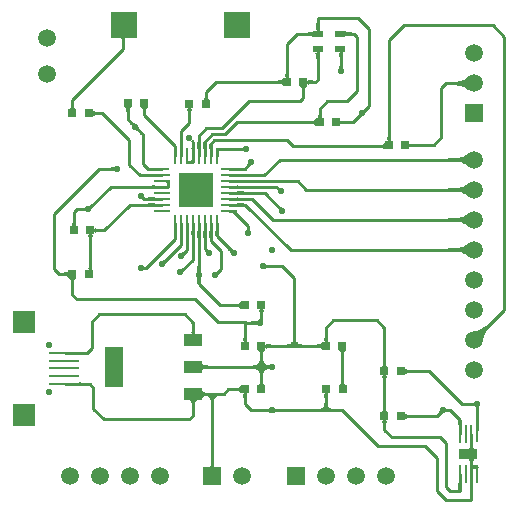
<source format=gtl>
G04*
G04 #@! TF.GenerationSoftware,Altium Limited,Altium Designer,18.1.7 (191)*
G04*
G04 Layer_Physical_Order=1*
G04 Layer_Color=255*
%FSLAX43Y43*%
%MOMM*%
G71*
G01*
G75*
%ADD19R,1.550X1.100*%
%ADD20R,1.550X3.450*%
%ADD21R,2.200X2.200*%
%ADD22R,0.850X0.600*%
%ADD23R,0.250X1.350*%
%ADD24R,1.350X0.250*%
%ADD25O,1.350X0.250*%
%ADD26R,1.900X1.900*%
%ADD27R,2.500X0.250*%
%ADD28R,0.762X0.762*%
%ADD29R,0.250X1.500*%
%ADD30O,0.250X1.500*%
%ADD31R,1.600X0.900*%
%ADD51C,0.230*%
%ADD52R,3.000X3.000*%
%ADD53C,1.500*%
%ADD54R,1.500X1.500*%
%ADD55R,1.500X1.500*%
%ADD56C,0.550*%
%ADD57C,0.580*%
%ADD58C,0.900*%
G36*
X27234Y41925D02*
X27248Y41740D01*
X27260Y41665D01*
X27275Y41601D01*
X27294Y41549D01*
X27317Y41509D01*
X27342Y41480D01*
X27372Y41463D01*
X27404Y41457D01*
X26830D01*
X26862Y41463D01*
X26892Y41480D01*
X26917Y41509D01*
X26940Y41549D01*
X26959Y41601D01*
X26974Y41665D01*
X26986Y41740D01*
X26995Y41827D01*
X27002Y42035D01*
X27232D01*
X27234Y41925D01*
D02*
G37*
G36*
X29442Y41418D02*
X29459Y41388D01*
X29488Y41363D01*
X29528Y41340D01*
X29580Y41321D01*
X29644Y41306D01*
X29719Y41294D01*
X29806Y41285D01*
X30014Y41278D01*
Y41048D01*
X29904Y41046D01*
X29719Y41032D01*
X29644Y41020D01*
X29580Y41005D01*
X29528Y40986D01*
X29488Y40963D01*
X29459Y40938D01*
X29442Y40908D01*
X29436Y40875D01*
Y41451D01*
X29442Y41418D01*
D02*
G37*
G36*
X26695Y40866D02*
X26689Y40898D01*
X26672Y40926D01*
X26643Y40951D01*
X26603Y40973D01*
X26551Y40991D01*
X26488Y41006D01*
X26413Y41018D01*
X26327Y41026D01*
X26120Y41033D01*
Y41263D01*
X26230Y41265D01*
X26414Y41279D01*
X26490Y41291D01*
X26553Y41306D01*
X26605Y41325D01*
X26646Y41348D01*
X26675Y41373D01*
X26692Y41403D01*
X26698Y41436D01*
X26695Y40866D01*
D02*
G37*
G36*
X29338Y39560D02*
X29308Y39543D01*
X29283Y39514D01*
X29260Y39474D01*
X29241Y39422D01*
X29226Y39359D01*
X29214Y39284D01*
X29205Y39198D01*
X29198Y38991D01*
X28968D01*
X28966Y39100D01*
X28952Y39284D01*
X28940Y39359D01*
X28925Y39422D01*
X28906Y39474D01*
X28883Y39514D01*
X28858Y39543D01*
X28828Y39560D01*
X28795Y39566D01*
X29371D01*
X29338Y39560D01*
D02*
G37*
G36*
X27372D02*
X27342Y39543D01*
X27317Y39514D01*
X27294Y39474D01*
X27275Y39422D01*
X27260Y39359D01*
X27248Y39284D01*
X27239Y39198D01*
X27232Y38991D01*
X27002D01*
X27000Y39100D01*
X26986Y39284D01*
X26974Y39359D01*
X26959Y39422D01*
X26940Y39474D01*
X26917Y39514D01*
X26892Y39543D01*
X26862Y39560D01*
X26830Y39566D01*
X27404D01*
X27372Y39560D01*
D02*
G37*
G36*
X29199Y38672D02*
X29218Y38359D01*
X29227Y38302D01*
X29237Y38255D01*
X29249Y38217D01*
X29262Y38188D01*
X29278Y38167D01*
X28888D01*
X28904Y38188D01*
X28917Y38217D01*
X28929Y38255D01*
X28939Y38302D01*
X28948Y38359D01*
X28961Y38497D01*
X28967Y38672D01*
X28968Y38773D01*
X29198D01*
X29199Y38672D01*
D02*
G37*
G36*
X24628Y37928D02*
X24642Y37744D01*
X24654Y37669D01*
X24669Y37606D01*
X24688Y37554D01*
X24711Y37514D01*
X24736Y37485D01*
X24766Y37468D01*
X24799Y37462D01*
X24223D01*
X24256Y37468D01*
X24286Y37485D01*
X24311Y37514D01*
X24334Y37554D01*
X24353Y37606D01*
X24368Y37669D01*
X24380Y37744D01*
X24389Y37830D01*
X24396Y38037D01*
X24626D01*
X24628Y37928D01*
D02*
G37*
G36*
X26289Y37339D02*
X26306Y37309D01*
X26335Y37284D01*
X26375Y37261D01*
X26427Y37242D01*
X26491Y37227D01*
X26566Y37215D01*
X26653Y37206D01*
X26861Y37199D01*
Y36969D01*
X26751Y36967D01*
X26566Y36953D01*
X26491Y36941D01*
X26427Y36926D01*
X26375Y36907D01*
X26335Y36884D01*
X26306Y36859D01*
X26289Y36829D01*
X26283Y36797D01*
Y37371D01*
X26289Y37339D01*
D02*
G37*
G36*
X24136Y36797D02*
X24130Y36829D01*
X24113Y36859D01*
X24084Y36884D01*
X24044Y36907D01*
X23992Y36926D01*
X23928Y36941D01*
X23853Y36953D01*
X23766Y36962D01*
X23558Y36969D01*
Y37199D01*
X23668Y37201D01*
X23853Y37215D01*
X23928Y37227D01*
X23992Y37242D01*
X24044Y37261D01*
X24084Y37284D01*
X24113Y37309D01*
X24130Y37339D01*
X24136Y37371D01*
Y36797D01*
D02*
G37*
G36*
X39856Y36426D02*
X39764Y36505D01*
X39654Y36576D01*
X39527Y36638D01*
X39382Y36692D01*
X39220Y36738D01*
X39040Y36775D01*
X38843Y36805D01*
X38395Y36838D01*
X38145Y36842D01*
Y37072D01*
X38395Y37076D01*
X38843Y37109D01*
X39040Y37139D01*
X39220Y37176D01*
X39382Y37222D01*
X39527Y37276D01*
X39654Y37338D01*
X39764Y37409D01*
X39856Y37488D01*
Y36426D01*
D02*
G37*
G36*
X26163Y36703D02*
X26133Y36686D01*
X26108Y36657D01*
X26085Y36617D01*
X26066Y36565D01*
X26051Y36501D01*
X26039Y36426D01*
X26030Y36339D01*
X26023Y36131D01*
X25793D01*
X25791Y36241D01*
X25777Y36426D01*
X25765Y36501D01*
X25750Y36565D01*
X25731Y36617D01*
X25708Y36657D01*
X25683Y36686D01*
X25653Y36703D01*
X25621Y36709D01*
X26195D01*
X26163Y36703D01*
D02*
G37*
G36*
X17797Y36022D02*
X17811Y35837D01*
X17823Y35762D01*
X17838Y35698D01*
X17857Y35646D01*
X17880Y35606D01*
X17905Y35577D01*
X17935Y35560D01*
X17968Y35554D01*
X17392D01*
X17425Y35560D01*
X17455Y35577D01*
X17480Y35606D01*
X17503Y35646D01*
X17522Y35698D01*
X17537Y35762D01*
X17549Y35837D01*
X17558Y35924D01*
X17565Y36132D01*
X17795D01*
X17797Y36022D01*
D02*
G37*
G36*
X6467Y35260D02*
X6481Y35075D01*
X6493Y35000D01*
X6508Y34936D01*
X6527Y34884D01*
X6550Y34844D01*
X6575Y34815D01*
X6605Y34798D01*
X6637Y34792D01*
X6062D01*
X6095Y34798D01*
X6125Y34815D01*
X6150Y34844D01*
X6173Y34884D01*
X6192Y34936D01*
X6207Y35000D01*
X6219Y35075D01*
X6228Y35162D01*
X6235Y35370D01*
X6465D01*
X6467Y35260D01*
D02*
G37*
G36*
X12701Y34922D02*
X12671Y34905D01*
X12646Y34876D01*
X12623Y34836D01*
X12604Y34784D01*
X12589Y34721D01*
X12577Y34646D01*
X12568Y34560D01*
X12561Y34353D01*
X12331D01*
X12329Y34462D01*
X12315Y34646D01*
X12303Y34721D01*
X12288Y34784D01*
X12269Y34836D01*
X12246Y34876D01*
X12221Y34905D01*
X12191Y34922D01*
X12158Y34928D01*
X12733D01*
X12701Y34922D01*
D02*
G37*
G36*
X11304D02*
X11274Y34905D01*
X11249Y34876D01*
X11226Y34836D01*
X11207Y34784D01*
X11192Y34721D01*
X11180Y34646D01*
X11171Y34560D01*
X11164Y34353D01*
X10934D01*
X10932Y34462D01*
X10918Y34646D01*
X10906Y34721D01*
X10891Y34784D01*
X10872Y34836D01*
X10849Y34876D01*
X10824Y34905D01*
X10794Y34922D01*
X10762Y34928D01*
X11337D01*
X11304Y34922D01*
D02*
G37*
G36*
X16511Y34795D02*
X16481Y34778D01*
X16456Y34749D01*
X16433Y34709D01*
X16414Y34657D01*
X16399Y34594D01*
X16387Y34519D01*
X16378Y34433D01*
X16371Y34226D01*
X16141D01*
X16139Y34335D01*
X16125Y34519D01*
X16113Y34594D01*
X16098Y34657D01*
X16079Y34709D01*
X16056Y34749D01*
X16031Y34778D01*
X16001Y34795D01*
X15969Y34801D01*
X16544D01*
X16511Y34795D01*
D02*
G37*
G36*
X8128Y34672D02*
X8145Y34642D01*
X8174Y34617D01*
X8214Y34594D01*
X8266Y34575D01*
X8330Y34560D01*
X8405Y34548D01*
X8492Y34539D01*
X8700Y34532D01*
Y34302D01*
X8590Y34300D01*
X8405Y34286D01*
X8330Y34274D01*
X8266Y34259D01*
X8214Y34240D01*
X8174Y34217D01*
X8145Y34192D01*
X8128Y34162D01*
X8122Y34130D01*
Y34704D01*
X8128Y34672D01*
D02*
G37*
G36*
X27422Y34498D02*
X27436Y34313D01*
X27448Y34238D01*
X27463Y34174D01*
X27482Y34122D01*
X27505Y34082D01*
X27530Y34053D01*
X27560Y34036D01*
X27593Y34030D01*
X27017D01*
X27050Y34036D01*
X27080Y34053D01*
X27105Y34082D01*
X27128Y34122D01*
X27147Y34174D01*
X27162Y34238D01*
X27174Y34313D01*
X27183Y34400D01*
X27190Y34608D01*
X27420D01*
X27422Y34498D01*
D02*
G37*
G36*
X26930Y33368D02*
X26924Y33400D01*
X26907Y33430D01*
X26878Y33455D01*
X26838Y33478D01*
X26786Y33497D01*
X26722Y33512D01*
X26647Y33524D01*
X26560Y33533D01*
X26352Y33540D01*
Y33770D01*
X26462Y33772D01*
X26647Y33786D01*
X26722Y33798D01*
X26786Y33813D01*
X26838Y33832D01*
X26878Y33855D01*
X26907Y33880D01*
X26924Y33910D01*
X26930Y33943D01*
Y33368D01*
D02*
G37*
G36*
X11272Y33850D02*
X11507Y33642D01*
X11553Y33609D01*
X11593Y33583D01*
X11629Y33564D01*
X11659Y33553D01*
X11684Y33549D01*
X11409Y33274D01*
X11405Y33299D01*
X11394Y33329D01*
X11375Y33365D01*
X11349Y33405D01*
X11316Y33451D01*
X11227Y33558D01*
X11108Y33686D01*
X11037Y33758D01*
X11200Y33921D01*
X11272Y33850D01*
D02*
G37*
G36*
X11963Y33249D02*
X11974Y33219D01*
X11993Y33183D01*
X12019Y33143D01*
X12052Y33097D01*
X12141Y32990D01*
X12260Y32862D01*
X12331Y32790D01*
X12168Y32627D01*
X12096Y32698D01*
X11861Y32906D01*
X11815Y32939D01*
X11775Y32965D01*
X11739Y32984D01*
X11709Y32995D01*
X11684Y32999D01*
X11959Y33274D01*
X11963Y33249D01*
D02*
G37*
G36*
X33264Y32593D02*
X33278Y32408D01*
X33290Y32333D01*
X33305Y32269D01*
X33324Y32217D01*
X33347Y32177D01*
X33372Y32148D01*
X33402Y32131D01*
X33435Y32125D01*
X32860D01*
X32892Y32131D01*
X32922Y32148D01*
X32947Y32177D01*
X32970Y32217D01*
X32989Y32269D01*
X33004Y32333D01*
X33016Y32408D01*
X33025Y32495D01*
X33032Y32703D01*
X33262D01*
X33264Y32593D01*
D02*
G37*
G36*
X18167Y31441D02*
X17923D01*
X17924Y31445D01*
X17926Y31457D01*
X17927Y31505D01*
X17930Y31839D01*
X18160D01*
X18167Y31441D01*
D02*
G37*
G36*
X17667D02*
X17423D01*
X17424Y31447D01*
X17426Y31464D01*
X17429Y31723D01*
X17430Y32016D01*
X17660D01*
X17667Y31441D01*
D02*
G37*
G36*
X17167D02*
X16923D01*
X16924Y31447D01*
X16926Y31464D01*
X16929Y31723D01*
X16930Y32016D01*
X17160D01*
X17167Y31441D01*
D02*
G37*
G36*
X16667D02*
X16423D01*
X16424Y31447D01*
X16426Y31464D01*
X16429Y31723D01*
X16430Y32016D01*
X16660D01*
X16667Y31441D01*
D02*
G37*
G36*
X15667D02*
X15423D01*
X15424Y31447D01*
X15426Y31464D01*
X15429Y31723D01*
X15430Y32016D01*
X15660D01*
X15667Y31441D01*
D02*
G37*
G36*
X15167D02*
X14923D01*
X14924Y31443D01*
X14926Y31451D01*
X14927Y31463D01*
X14929Y31563D01*
X14930Y31691D01*
X15160D01*
X15167Y31441D01*
D02*
G37*
G36*
X32769Y31372D02*
X32763Y31398D01*
X32746Y31421D01*
X32717Y31441D01*
X32677Y31459D01*
X32625Y31474D01*
X32562Y31486D01*
X32487Y31496D01*
X32303Y31507D01*
X32194Y31508D01*
Y31738D01*
X32304Y31740D01*
X32488Y31754D01*
X32564Y31766D01*
X32627Y31781D01*
X32679Y31800D01*
X32720Y31823D01*
X32749Y31848D01*
X32766Y31878D01*
X32772Y31910D01*
X32769Y31372D01*
D02*
G37*
G36*
X20888Y31174D02*
X20867Y31190D01*
X20838Y31203D01*
X20800Y31215D01*
X20753Y31225D01*
X20696Y31234D01*
X20558Y31247D01*
X20383Y31253D01*
X20282Y31254D01*
Y31484D01*
X20383Y31485D01*
X20696Y31504D01*
X20753Y31513D01*
X20800Y31523D01*
X20838Y31535D01*
X20867Y31548D01*
X20888Y31564D01*
Y31174D01*
D02*
G37*
G36*
X19242Y31254D02*
X19132Y31252D01*
X18948Y31238D01*
X18873Y31226D01*
X18809Y31211D01*
X18757Y31192D01*
X18717Y31169D01*
X18687Y31144D01*
X18670Y31114D01*
X18664Y31081D01*
X18667Y31441D01*
X18673Y31449D01*
X18690Y31456D01*
X18719Y31463D01*
X18759Y31469D01*
X18874Y31477D01*
X19242Y31484D01*
Y31254D01*
D02*
G37*
G36*
X16425Y30379D02*
X16473Y30377D01*
X16545Y30376D01*
Y30146D01*
X16473Y30146D01*
X16423Y30142D01*
X16423Y30097D01*
X16419Y30106D01*
X16408Y30115D01*
X16389Y30122D01*
X16363Y30128D01*
X16329Y30134D01*
X16318Y30135D01*
X16227Y30128D01*
X16201Y30122D01*
X16182Y30115D01*
X16171Y30106D01*
X16167Y30097D01*
X16167Y30144D01*
X16117Y30146D01*
X16045Y30146D01*
Y30376D01*
X16117Y30377D01*
X16165Y30380D01*
X16164Y30450D01*
X16168Y30436D01*
X16179Y30423D01*
X16198Y30412D01*
X16225Y30403D01*
X16260Y30395D01*
X16295Y30389D01*
X16331Y30395D01*
X16365Y30403D01*
X16392Y30412D01*
X16411Y30423D01*
X16422Y30436D01*
X16426Y30450D01*
X16425Y30379D01*
D02*
G37*
G36*
X39856Y29953D02*
X39764Y30032D01*
X39654Y30103D01*
X39527Y30165D01*
X39382Y30219D01*
X39220Y30265D01*
X39040Y30302D01*
X38843Y30332D01*
X38395Y30365D01*
X38145Y30369D01*
Y30599D01*
X38395Y30603D01*
X38843Y30636D01*
X39040Y30666D01*
X39220Y30703D01*
X39382Y30749D01*
X39527Y30803D01*
X39654Y30865D01*
X39764Y30936D01*
X39856Y31015D01*
Y29953D01*
D02*
G37*
G36*
X21502Y29986D02*
X21476Y29982D01*
X21445Y29971D01*
X21409Y29952D01*
X21367Y29926D01*
X21321Y29892D01*
X21213Y29803D01*
X21085Y29684D01*
X21014Y29614D01*
X20867Y29761D01*
Y29579D01*
X20292Y29572D01*
Y29816D01*
X20298Y29815D01*
X20315Y29813D01*
X20574Y29810D01*
X20867Y29809D01*
Y29793D01*
X20921Y29848D01*
X21129Y30084D01*
X21163Y30130D01*
X21189Y30172D01*
X21208Y30208D01*
X21219Y30239D01*
X21223Y30265D01*
X21502Y29986D01*
D02*
G37*
G36*
X13420Y29570D02*
X13405Y29571D01*
X13380Y29573D01*
X12797Y29579D01*
Y29809D01*
X13420Y29818D01*
Y29570D01*
D02*
G37*
G36*
X9966Y29523D02*
X9945Y29539D01*
X9916Y29552D01*
X9878Y29564D01*
X9831Y29574D01*
X9774Y29583D01*
X9636Y29596D01*
X9461Y29602D01*
X9360Y29603D01*
Y29833D01*
X9461Y29834D01*
X9774Y29853D01*
X9831Y29862D01*
X9878Y29872D01*
X9916Y29884D01*
X9945Y29897D01*
X9966Y29913D01*
Y29523D01*
D02*
G37*
G36*
X20298Y29315D02*
X20315Y29313D01*
X20574Y29310D01*
X20867Y29309D01*
Y29079D01*
X20292Y29072D01*
Y29316D01*
X20298Y29315D01*
D02*
G37*
G36*
X13298Y29072D02*
X13292Y29073D01*
X13275Y29075D01*
X13016Y29078D01*
X12723Y29079D01*
Y29309D01*
X13298Y29316D01*
Y29072D01*
D02*
G37*
G36*
X14593Y28622D02*
X14597Y28572D01*
X14642Y28572D01*
X14633Y28568D01*
X14624Y28557D01*
X14617Y28538D01*
X14611Y28512D01*
X14605Y28478D01*
X14604Y28467D01*
X14611Y28376D01*
X14617Y28350D01*
X14624Y28331D01*
X14633Y28320D01*
X14642Y28316D01*
X14595Y28316D01*
X14593Y28266D01*
X14593Y28194D01*
X14363D01*
X14362Y28266D01*
X14359Y28314D01*
X14289Y28313D01*
X14303Y28317D01*
X14316Y28328D01*
X14327Y28347D01*
X14336Y28374D01*
X14344Y28409D01*
X14350Y28444D01*
X14344Y28479D01*
X14336Y28514D01*
X14327Y28541D01*
X14316Y28560D01*
X14303Y28571D01*
X14289Y28575D01*
X14360Y28574D01*
X14362Y28622D01*
X14363Y28694D01*
X14593D01*
X14593Y28622D01*
D02*
G37*
G36*
X20298Y28815D02*
X20315Y28813D01*
X20574Y28810D01*
X20867Y28809D01*
Y28579D01*
X20292Y28572D01*
Y28816D01*
X20298Y28815D01*
D02*
G37*
G36*
Y28315D02*
X20315Y28313D01*
X20574Y28310D01*
X20867Y28309D01*
Y28079D01*
X20292Y28072D01*
Y28316D01*
X20298Y28315D01*
D02*
G37*
G36*
X13298Y28072D02*
X13292Y28073D01*
X13275Y28075D01*
X13016Y28078D01*
X12723Y28079D01*
Y28309D01*
X13298Y28316D01*
Y28072D01*
D02*
G37*
G36*
X20298Y27815D02*
X20315Y27813D01*
X20574Y27810D01*
X20867Y27809D01*
Y27579D01*
X20292Y27572D01*
Y27816D01*
X20298Y27815D01*
D02*
G37*
G36*
X39856Y27413D02*
X39764Y27492D01*
X39654Y27563D01*
X39527Y27625D01*
X39382Y27679D01*
X39220Y27725D01*
X39040Y27762D01*
X38843Y27792D01*
X38395Y27825D01*
X38145Y27829D01*
Y28059D01*
X38395Y28063D01*
X38843Y28096D01*
X39040Y28126D01*
X39220Y28163D01*
X39382Y28209D01*
X39527Y28263D01*
X39654Y28325D01*
X39764Y28396D01*
X39856Y28475D01*
Y27413D01*
D02*
G37*
G36*
X13298Y27072D02*
X13292Y27073D01*
X13275Y27075D01*
X13016Y27078D01*
X12723Y27079D01*
Y27309D01*
X13298Y27316D01*
Y27072D01*
D02*
G37*
G36*
X20298Y27309D02*
X20315Y27302D01*
X20344Y27296D01*
X20384Y27291D01*
X20499Y27283D01*
X20867Y27277D01*
Y27047D01*
X20292Y27072D01*
Y27316D01*
X20298Y27309D01*
D02*
G37*
G36*
X13298Y26572D02*
X13292Y26573D01*
X13275Y26575D01*
X13016Y26578D01*
X12723Y26579D01*
Y26809D01*
X13298Y26816D01*
Y26572D01*
D02*
G37*
G36*
X20298Y26812D02*
X20315Y26808D01*
X20344Y26804D01*
X20436Y26799D01*
X20867Y26793D01*
Y26563D01*
X20292Y26572D01*
Y26816D01*
X20298Y26812D01*
D02*
G37*
G36*
X8343Y26773D02*
X8273Y26701D01*
X8064Y26466D01*
X8031Y26420D01*
X8005Y26380D01*
X7986Y26344D01*
X7975Y26314D01*
X7971Y26289D01*
X7696Y26564D01*
X7721Y26568D01*
X7752Y26579D01*
X7787Y26597D01*
X7828Y26624D01*
X7874Y26657D01*
X7981Y26746D01*
X8109Y26865D01*
X8181Y26936D01*
X8343Y26773D01*
D02*
G37*
G36*
X23718Y26770D02*
X23953Y26562D01*
X23999Y26529D01*
X24039Y26503D01*
X24075Y26484D01*
X24105Y26473D01*
X24130Y26469D01*
X23855Y26194D01*
X23851Y26219D01*
X23840Y26249D01*
X23822Y26285D01*
X23795Y26325D01*
X23762Y26371D01*
X23673Y26478D01*
X23554Y26606D01*
X23483Y26678D01*
X23646Y26841D01*
X23718Y26770D01*
D02*
G37*
G36*
X7502Y26094D02*
X7482Y26110D01*
X7452Y26123D01*
X7414Y26135D01*
X7367Y26145D01*
X7311Y26154D01*
X7172Y26167D01*
X6997Y26173D01*
X6897Y26174D01*
Y26404D01*
X6997Y26405D01*
X7311Y26424D01*
X7367Y26433D01*
X7414Y26443D01*
X7452Y26455D01*
X7482Y26468D01*
X7502Y26484D01*
Y26094D01*
D02*
G37*
G36*
X20258Y26229D02*
X20241Y26205D01*
X20239Y26171D01*
X20252Y26127D01*
X20278Y26074D01*
X20319Y26012D01*
X20374Y25939D01*
X20528Y25766D01*
X20627Y25665D01*
X20301D01*
X20212Y25752D01*
X19976Y25952D01*
X19909Y25998D01*
X19846Y26034D01*
X19789Y26059D01*
X19738Y26075D01*
X19692Y26080D01*
X19651Y26075D01*
X20289Y26244D01*
X20258Y26229D01*
D02*
G37*
G36*
X6594Y25354D02*
X6608Y25169D01*
X6620Y25094D01*
X6635Y25030D01*
X6654Y24978D01*
X6677Y24938D01*
X6702Y24909D01*
X6732Y24892D01*
X6765Y24886D01*
X6189D01*
X6222Y24892D01*
X6252Y24909D01*
X6277Y24938D01*
X6300Y24978D01*
X6319Y25030D01*
X6334Y25094D01*
X6346Y25169D01*
X6355Y25256D01*
X6362Y25464D01*
X6592D01*
X6594Y25354D01*
D02*
G37*
G36*
X39856Y24873D02*
X39764Y24952D01*
X39654Y25023D01*
X39527Y25085D01*
X39382Y25139D01*
X39220Y25185D01*
X39040Y25222D01*
X38843Y25252D01*
X38395Y25285D01*
X38145Y25289D01*
Y25519D01*
X38395Y25523D01*
X38843Y25556D01*
X39040Y25586D01*
X39220Y25623D01*
X39382Y25669D01*
X39527Y25723D01*
X39654Y25785D01*
X39764Y25856D01*
X39856Y25935D01*
Y24873D01*
D02*
G37*
G36*
X21324Y24843D02*
X21344Y24535D01*
X21350Y24510D01*
X21357Y24493D01*
X21364Y24484D01*
X21054D01*
X21061Y24493D01*
X21068Y24510D01*
X21074Y24535D01*
X21079Y24567D01*
X21088Y24654D01*
X21094Y24843D01*
X21094Y24921D01*
X21324D01*
X21324Y24843D01*
D02*
G37*
G36*
X8255Y24766D02*
X8272Y24736D01*
X8301Y24711D01*
X8341Y24688D01*
X8393Y24669D01*
X8457Y24654D01*
X8532Y24642D01*
X8619Y24633D01*
X8827Y24626D01*
Y24396D01*
X8717Y24394D01*
X8532Y24380D01*
X8457Y24368D01*
X8393Y24353D01*
X8341Y24334D01*
X8301Y24311D01*
X8272Y24286D01*
X8255Y24256D01*
X8249Y24223D01*
Y24799D01*
X8255Y24766D01*
D02*
G37*
G36*
X18666Y24443D02*
X18664Y24431D01*
X18663Y24384D01*
X18660Y24051D01*
X18430D01*
X18423Y24447D01*
X18667D01*
X18666Y24443D01*
D02*
G37*
G36*
X18166Y24441D02*
X18164Y24424D01*
X18161Y24165D01*
X18160Y23872D01*
X17930D01*
X17923Y24447D01*
X18167D01*
X18166Y24441D01*
D02*
G37*
G36*
X17666D02*
X17664Y24424D01*
X17661Y24165D01*
X17660Y23872D01*
X17430D01*
X17423Y24447D01*
X17667D01*
X17666Y24441D01*
D02*
G37*
G36*
X17163D02*
X17159Y24424D01*
X17155Y24395D01*
X17150Y24303D01*
X17144Y23872D01*
X16914D01*
X16923Y24447D01*
X17167D01*
X17163Y24441D01*
D02*
G37*
G36*
X16666D02*
X16664Y24424D01*
X16661Y24165D01*
X16660Y23872D01*
X16430D01*
X16423Y24447D01*
X16667D01*
X16666Y24441D01*
D02*
G37*
G36*
X16166D02*
X16164Y24424D01*
X16161Y24165D01*
X16160Y23872D01*
X15930D01*
X15923Y24447D01*
X16167D01*
X16166Y24441D01*
D02*
G37*
G36*
X15666D02*
X15664Y24424D01*
X15661Y24165D01*
X15660Y23872D01*
X15430D01*
X15423Y24447D01*
X15667D01*
X15666Y24441D01*
D02*
G37*
G36*
X15166D02*
X15164Y24424D01*
X15161Y24165D01*
X15160Y23872D01*
X14930D01*
X14923Y24447D01*
X15167D01*
X15166Y24441D01*
D02*
G37*
G36*
X8129Y24127D02*
X8099Y24110D01*
X8074Y24081D01*
X8051Y24041D01*
X8032Y23989D01*
X8017Y23926D01*
X8005Y23851D01*
X7996Y23765D01*
X7989Y23558D01*
X7759D01*
X7757Y23667D01*
X7743Y23851D01*
X7731Y23926D01*
X7716Y23989D01*
X7697Y24041D01*
X7674Y24081D01*
X7649Y24110D01*
X7619Y24127D01*
X7587Y24133D01*
X8161D01*
X8129Y24127D01*
D02*
G37*
G36*
X19578Y23182D02*
X19813Y22974D01*
X19859Y22941D01*
X19899Y22914D01*
X19935Y22896D01*
X19965Y22885D01*
X19990Y22881D01*
X19715Y22606D01*
X19711Y22631D01*
X19700Y22661D01*
X19682Y22697D01*
X19655Y22737D01*
X19622Y22783D01*
X19533Y22890D01*
X19414Y23018D01*
X19343Y23090D01*
X19506Y23253D01*
X19578Y23182D01*
D02*
G37*
G36*
X16126Y22771D02*
X16066Y22710D01*
X15864Y22479D01*
X15843Y22447D01*
X15828Y22420D01*
X15820Y22398D01*
X15818Y22381D01*
X15574Y22625D01*
X15591Y22627D01*
X15613Y22635D01*
X15640Y22650D01*
X15672Y22671D01*
X15708Y22698D01*
X15796Y22773D01*
X15964Y22933D01*
X16126Y22771D01*
D02*
G37*
G36*
X39856Y22333D02*
X39764Y22412D01*
X39654Y22483D01*
X39527Y22545D01*
X39382Y22599D01*
X39220Y22645D01*
X39040Y22682D01*
X38843Y22712D01*
X38395Y22745D01*
X38145Y22749D01*
Y22979D01*
X38395Y22983D01*
X38843Y23016D01*
X39040Y23046D01*
X39220Y23083D01*
X39382Y23129D01*
X39527Y23183D01*
X39654Y23245D01*
X39764Y23316D01*
X39856Y23395D01*
Y22333D01*
D02*
G37*
G36*
X14550Y22141D02*
X14480Y22069D01*
X14271Y21834D01*
X14238Y21788D01*
X14212Y21747D01*
X14193Y21712D01*
X14182Y21681D01*
X14178Y21656D01*
X13903Y21932D01*
X13928Y21935D01*
X13959Y21946D01*
X13994Y21965D01*
X14035Y21991D01*
X14081Y22025D01*
X14188Y22114D01*
X14316Y22233D01*
X14388Y22303D01*
X14550Y22141D01*
D02*
G37*
G36*
X22694Y21642D02*
X22723Y21629D01*
X22761Y21617D01*
X22808Y21607D01*
X22865Y21598D01*
X23003Y21585D01*
X23178Y21579D01*
X23279Y21578D01*
X23279Y21348D01*
X23178Y21347D01*
X22865Y21328D01*
X22808Y21319D01*
X22761Y21309D01*
X22723Y21297D01*
X22694Y21284D01*
X22673Y21268D01*
Y21658D01*
X22694Y21642D01*
D02*
G37*
G36*
X7990Y21672D02*
X8011Y21413D01*
X8023Y21350D01*
X8038Y21298D01*
X8056Y21258D01*
X8076Y21229D01*
X8099Y21212D01*
X8125Y21206D01*
X7587Y21203D01*
X7619Y21209D01*
X7649Y21226D01*
X7674Y21255D01*
X7697Y21296D01*
X7716Y21348D01*
X7731Y21411D01*
X7743Y21487D01*
X7752Y21573D01*
X7759Y21781D01*
X7989D01*
X7990Y21672D01*
D02*
G37*
G36*
X16141Y21439D02*
X16070Y21367D01*
X15862Y21132D01*
X15829Y21086D01*
X15802Y21046D01*
X15784Y21010D01*
X15773Y20980D01*
X15769Y20955D01*
X15494Y21230D01*
X15519Y21234D01*
X15549Y21245D01*
X15585Y21264D01*
X15625Y21290D01*
X15671Y21323D01*
X15778Y21412D01*
X15906Y21531D01*
X15978Y21602D01*
X16141Y21439D01*
D02*
G37*
G36*
X17145Y21400D02*
X17164Y21087D01*
X17173Y21030D01*
X17183Y20983D01*
X17195Y20945D01*
X17208Y20916D01*
X17224Y20895D01*
X16834D01*
X16850Y20916D01*
X16863Y20945D01*
X16875Y20983D01*
X16885Y21030D01*
X16894Y21087D01*
X16907Y21225D01*
X16913Y21400D01*
X16914Y21501D01*
X17144D01*
X17145Y21400D01*
D02*
G37*
G36*
X19004Y21128D02*
X18943Y21066D01*
X18736Y20828D01*
X18715Y20795D01*
X18699Y20766D01*
X18691Y20743D01*
X18689Y20724D01*
X18438Y20975D01*
X18457Y20977D01*
X18480Y20985D01*
X18509Y21001D01*
X18542Y21022D01*
X18580Y21050D01*
X18670Y21127D01*
X18842Y21290D01*
X19004Y21128D01*
D02*
G37*
G36*
X5975Y20541D02*
X5969Y20573D01*
X5952Y20603D01*
X5923Y20628D01*
X5883Y20651D01*
X5831Y20670D01*
X5767Y20685D01*
X5692Y20697D01*
X5605Y20706D01*
X5397Y20713D01*
Y20943D01*
X5507Y20945D01*
X5692Y20959D01*
X5767Y20971D01*
X5831Y20986D01*
X5883Y21005D01*
X5923Y21028D01*
X5952Y21053D01*
X5969Y21083D01*
X5975Y21115D01*
Y20541D01*
D02*
G37*
G36*
X17205Y20484D02*
X17192Y20457D01*
X17181Y20422D01*
X17171Y20379D01*
X17163Y20328D01*
X17151Y20201D01*
X17145Y20042D01*
X17144Y19950D01*
X16914D01*
X16913Y20042D01*
X16895Y20328D01*
X16887Y20379D01*
X16877Y20422D01*
X16866Y20457D01*
X16853Y20484D01*
X16839Y20503D01*
X17219D01*
X17205Y20484D01*
D02*
G37*
G36*
X6605Y20444D02*
X6575Y20427D01*
X6550Y20398D01*
X6527Y20358D01*
X6508Y20306D01*
X6493Y20243D01*
X6481Y20168D01*
X6472Y20082D01*
X6465Y19875D01*
X6235D01*
X6233Y19984D01*
X6219Y20168D01*
X6207Y20243D01*
X6192Y20306D01*
X6173Y20358D01*
X6150Y20398D01*
X6125Y20427D01*
X6095Y20444D01*
X6062Y20450D01*
X6637D01*
X6605Y20444D01*
D02*
G37*
G36*
X20580Y17874D02*
X20574Y17906D01*
X20557Y17936D01*
X20528Y17961D01*
X20488Y17984D01*
X20436Y18003D01*
X20372Y18018D01*
X20297Y18030D01*
X20210Y18039D01*
X20002Y18046D01*
Y18276D01*
X20112Y18278D01*
X20297Y18292D01*
X20372Y18304D01*
X20436Y18319D01*
X20488Y18338D01*
X20528Y18361D01*
X20557Y18386D01*
X20574Y18416D01*
X20580Y18448D01*
Y17874D01*
D02*
G37*
G36*
X22607Y17777D02*
X22577Y17760D01*
X22552Y17731D01*
X22529Y17691D01*
X22510Y17639D01*
X22495Y17576D01*
X22483Y17501D01*
X22474Y17415D01*
X22467Y17208D01*
X22462D01*
X22450Y16849D01*
X22106Y16939D01*
X22131Y16956D01*
X22153Y16982D01*
X22173Y17017D01*
X22190Y17061D01*
X22204Y17115D01*
X22216Y17177D01*
X22225Y17248D01*
X22232Y17360D01*
X22221Y17501D01*
X22209Y17576D01*
X22194Y17639D01*
X22175Y17691D01*
X22152Y17731D01*
X22127Y17760D01*
X22097Y17777D01*
X22065Y17783D01*
X22639D01*
X22607Y17777D01*
D02*
G37*
G36*
X22031Y16496D02*
X22010Y16512D01*
X21981Y16525D01*
X21943Y16537D01*
X21896Y16547D01*
X21839Y16556D01*
X21701Y16569D01*
X21526Y16575D01*
X21425Y16576D01*
Y16806D01*
X21526Y16807D01*
X21839Y16826D01*
X21896Y16835D01*
X21943Y16845D01*
X21981Y16857D01*
X22010Y16870D01*
X22031Y16886D01*
Y16496D01*
D02*
G37*
G36*
X16700Y16266D02*
X16714Y16081D01*
X16726Y16006D01*
X16741Y15942D01*
X16760Y15890D01*
X16783Y15850D01*
X16808Y15821D01*
X16838Y15804D01*
X16871Y15798D01*
X16295D01*
X16328Y15804D01*
X16358Y15821D01*
X16383Y15850D01*
X16406Y15890D01*
X16425Y15942D01*
X16440Y16006D01*
X16452Y16081D01*
X16461Y16168D01*
X16468Y16376D01*
X16698D01*
X16700Y16266D01*
D02*
G37*
G36*
X42052Y16747D02*
X41878Y16568D01*
X41585Y16227D01*
X41466Y16067D01*
X41365Y15914D01*
X41283Y15766D01*
X41219Y15626D01*
X41173Y15492D01*
X41145Y15364D01*
X41136Y15244D01*
X40386Y15994D01*
X40506Y16003D01*
X40634Y16031D01*
X40768Y16077D01*
X40908Y16141D01*
X41056Y16223D01*
X41209Y16324D01*
X41369Y16443D01*
X41710Y16736D01*
X41889Y16910D01*
X42052Y16747D01*
D02*
G37*
G36*
X27930Y15576D02*
X27944Y15392D01*
X27956Y15317D01*
X27971Y15254D01*
X27990Y15202D01*
X28013Y15162D01*
X28038Y15133D01*
X28068Y15116D01*
X28101Y15110D01*
X27525D01*
X27558Y15116D01*
X27588Y15133D01*
X27613Y15162D01*
X27636Y15202D01*
X27655Y15254D01*
X27670Y15317D01*
X27682Y15392D01*
X27691Y15478D01*
X27698Y15685D01*
X27928D01*
X27930Y15576D01*
D02*
G37*
G36*
X21072Y15575D02*
X21086Y15390D01*
X21098Y15315D01*
X21113Y15251D01*
X21132Y15199D01*
X21155Y15159D01*
X21180Y15130D01*
X21210Y15113D01*
X21243Y15107D01*
X20667D01*
X20700Y15113D01*
X20730Y15130D01*
X20755Y15159D01*
X20778Y15199D01*
X20797Y15251D01*
X20812Y15315D01*
X20824Y15390D01*
X20833Y15477D01*
X20840Y15685D01*
X21070D01*
X21072Y15575D01*
D02*
G37*
G36*
X25267Y15406D02*
X25284Y15289D01*
X25313Y15185D01*
X25353Y15095D01*
X25405Y15019D01*
X25468Y14957D01*
X25543Y14909D01*
X25629Y14875D01*
X25727Y14854D01*
X25836Y14847D01*
X25146Y14617D01*
X24456Y14847D01*
X24565Y14854D01*
X24663Y14875D01*
X24749Y14909D01*
X24824Y14957D01*
X24887Y15019D01*
X24939Y15095D01*
X24979Y15185D01*
X25008Y15289D01*
X25025Y15406D01*
X25031Y15537D01*
X25261D01*
X25267Y15406D01*
D02*
G37*
G36*
X27438Y14444D02*
X27432Y14477D01*
X27415Y14507D01*
X27386Y14532D01*
X27346Y14555D01*
X27294Y14574D01*
X27230Y14589D01*
X27155Y14601D01*
X27068Y14610D01*
X26860Y14617D01*
Y14847D01*
X26970Y14849D01*
X27155Y14863D01*
X27230Y14875D01*
X27294Y14890D01*
X27346Y14909D01*
X27386Y14932D01*
X27415Y14957D01*
X27432Y14987D01*
X27438Y15019D01*
Y14444D01*
D02*
G37*
G36*
X22733Y14987D02*
X22750Y14957D01*
X22779Y14932D01*
X22819Y14909D01*
X22871Y14890D01*
X22935Y14875D01*
X23010Y14863D01*
X23097Y14854D01*
X23305Y14847D01*
Y14617D01*
X23195Y14615D01*
X23010Y14601D01*
X22935Y14589D01*
X22871Y14574D01*
X22819Y14555D01*
X22779Y14532D01*
X22750Y14507D01*
X22733Y14477D01*
X22727Y14444D01*
Y15019D01*
X22733Y14987D01*
D02*
G37*
G36*
X6920Y14245D02*
X6937Y14242D01*
X6966Y14239D01*
X7121Y14232D01*
X7489Y14229D01*
Y13999D01*
X6914Y14005D01*
Y14249D01*
X6920Y14245D01*
D02*
G37*
G36*
X29465Y14351D02*
X29435Y14334D01*
X29410Y14305D01*
X29387Y14265D01*
X29368Y14213D01*
X29353Y14149D01*
X29341Y14074D01*
X29332Y13987D01*
X29325Y13779D01*
X29095D01*
X29093Y13889D01*
X29079Y14074D01*
X29067Y14149D01*
X29052Y14213D01*
X29033Y14265D01*
X29010Y14305D01*
X28985Y14334D01*
X28955Y14351D01*
X28923Y14357D01*
X29497D01*
X29465Y14351D01*
D02*
G37*
G36*
X22607Y14348D02*
X22577Y14331D01*
X22552Y14302D01*
X22529Y14262D01*
X22510Y14210D01*
X22495Y14147D01*
X22483Y14072D01*
X22474Y13986D01*
X22467Y13779D01*
X22237D01*
X22235Y13888D01*
X22221Y14072D01*
X22209Y14147D01*
X22194Y14210D01*
X22175Y14262D01*
X22152Y14302D01*
X22127Y14331D01*
X22097Y14348D01*
X22065Y14354D01*
X22639D01*
X22607Y14348D01*
D02*
G37*
G36*
X32883Y13416D02*
X32897Y13231D01*
X32909Y13156D01*
X32924Y13092D01*
X32943Y13040D01*
X32966Y13000D01*
X32991Y12971D01*
X33021Y12954D01*
X33054Y12948D01*
X32479D01*
X32511Y12954D01*
X32541Y12971D01*
X32566Y13000D01*
X32589Y13040D01*
X32608Y13092D01*
X32623Y13156D01*
X32635Y13231D01*
X32644Y13318D01*
X32651Y13526D01*
X32881D01*
X32883Y13416D01*
D02*
G37*
G36*
X22474Y13628D02*
X22495Y13511D01*
X22529Y13407D01*
X22577Y13317D01*
X22639Y13241D01*
X22715Y13179D01*
X22805Y13131D01*
X22907Y13097D01*
X22912Y13098D01*
X22959Y13108D01*
X22997Y13120D01*
X23026Y13133D01*
X23047Y13149D01*
Y13075D01*
X23157Y13069D01*
Y12839D01*
X23047Y12833D01*
Y12759D01*
X23026Y12775D01*
X22997Y12788D01*
X22959Y12800D01*
X22912Y12810D01*
X22907Y12811D01*
X22805Y12777D01*
X22715Y12729D01*
X22639Y12667D01*
X22577Y12591D01*
X22529Y12501D01*
X22495Y12397D01*
X22474Y12280D01*
X22467Y12149D01*
X22237D01*
X22230Y12280D01*
X22209Y12397D01*
X22175Y12501D01*
X22127Y12591D01*
X22065Y12667D01*
X21989Y12729D01*
X21899Y12777D01*
X21795Y12811D01*
X21678Y12832D01*
X21547Y12839D01*
Y13069D01*
X21678Y13076D01*
X21795Y13097D01*
X21899Y13131D01*
X21989Y13179D01*
X22065Y13241D01*
X22127Y13317D01*
X22175Y13407D01*
X22209Y13511D01*
X22230Y13628D01*
X22237Y13759D01*
X22467D01*
X22474Y13628D01*
D02*
G37*
G36*
X17361Y13209D02*
X17378Y13179D01*
X17407Y13154D01*
X17447Y13131D01*
X17499Y13112D01*
X17562Y13097D01*
X17637Y13085D01*
X17723Y13076D01*
X17930Y13069D01*
Y12839D01*
X17821Y12837D01*
X17637Y12823D01*
X17562Y12811D01*
X17499Y12796D01*
X17447Y12777D01*
X17407Y12754D01*
X17378Y12729D01*
X17361Y12699D01*
X17355Y12667D01*
Y13241D01*
X17361Y13209D01*
D02*
G37*
G36*
X34544Y12828D02*
X34561Y12798D01*
X34590Y12773D01*
X34630Y12750D01*
X34682Y12731D01*
X34746Y12716D01*
X34821Y12704D01*
X34908Y12695D01*
X35116Y12688D01*
Y12458D01*
X35006Y12456D01*
X34821Y12442D01*
X34746Y12430D01*
X34682Y12415D01*
X34630Y12396D01*
X34590Y12373D01*
X34561Y12348D01*
X34544Y12318D01*
X34538Y12285D01*
Y12861D01*
X34544Y12828D01*
D02*
G37*
G36*
X33021Y12189D02*
X32991Y12172D01*
X32966Y12143D01*
X32943Y12103D01*
X32924Y12051D01*
X32909Y11988D01*
X32897Y11913D01*
X32888Y11827D01*
X32881Y11620D01*
X32651D01*
X32649Y11729D01*
X32635Y11913D01*
X32623Y11988D01*
X32608Y12051D01*
X32589Y12103D01*
X32566Y12143D01*
X32541Y12172D01*
X32511Y12189D01*
X32479Y12195D01*
X33054D01*
X33021Y12189D01*
D02*
G37*
G36*
X29327Y11893D02*
X29341Y11709D01*
X29353Y11634D01*
X29368Y11571D01*
X29387Y11519D01*
X29410Y11479D01*
X29435Y11450D01*
X29465Y11433D01*
X29497Y11427D01*
X28923D01*
X28955Y11433D01*
X28985Y11450D01*
X29010Y11479D01*
X29033Y11519D01*
X29052Y11571D01*
X29067Y11634D01*
X29079Y11709D01*
X29088Y11795D01*
X29095Y12002D01*
X29325D01*
X29327Y11893D01*
D02*
G37*
G36*
X22469Y11892D02*
X22483Y11707D01*
X22495Y11632D01*
X22510Y11568D01*
X22529Y11516D01*
X22552Y11476D01*
X22577Y11447D01*
X22607Y11430D01*
X22639Y11424D01*
X22065D01*
X22097Y11430D01*
X22127Y11447D01*
X22152Y11476D01*
X22175Y11516D01*
X22194Y11568D01*
X22209Y11632D01*
X22221Y11707D01*
X22230Y11794D01*
X22237Y12002D01*
X22467D01*
X22469Y11892D01*
D02*
G37*
G36*
X6920Y11645D02*
X6937Y11642D01*
X6966Y11639D01*
X7121Y11632D01*
X7489Y11629D01*
Y11399D01*
X6914Y11405D01*
Y11649D01*
X6920Y11645D01*
D02*
G37*
G36*
X20580Y10762D02*
X20574Y10794D01*
X20557Y10824D01*
X20528Y10849D01*
X20488Y10872D01*
X20436Y10891D01*
X20372Y10906D01*
X20297Y10918D01*
X20210Y10927D01*
X20002Y10934D01*
Y11164D01*
X20112Y11166D01*
X20297Y11180D01*
X20372Y11192D01*
X20436Y11207D01*
X20488Y11226D01*
X20528Y11249D01*
X20557Y11274D01*
X20574Y11304D01*
X20580Y11337D01*
Y10762D01*
D02*
G37*
G36*
X28068Y10668D02*
X28038Y10651D01*
X28013Y10622D01*
X27990Y10582D01*
X27971Y10530D01*
X27956Y10466D01*
X27944Y10391D01*
X27935Y10304D01*
X27928Y10096D01*
X27698D01*
X27696Y10206D01*
X27682Y10391D01*
X27670Y10466D01*
X27655Y10530D01*
X27636Y10582D01*
X27613Y10622D01*
X27588Y10651D01*
X27558Y10668D01*
X27525Y10674D01*
X28101D01*
X28068Y10668D01*
D02*
G37*
G36*
X21210Y10665D02*
X21180Y10648D01*
X21155Y10619D01*
X21132Y10579D01*
X21113Y10527D01*
X21098Y10464D01*
X21086Y10389D01*
X21077Y10303D01*
X21070Y10096D01*
X20840D01*
X20838Y10205D01*
X20824Y10389D01*
X20812Y10464D01*
X20797Y10527D01*
X20778Y10579D01*
X20755Y10619D01*
X20730Y10648D01*
X20700Y10665D01*
X20667Y10671D01*
X21243D01*
X21210Y10665D01*
D02*
G37*
G36*
X17361Y10901D02*
X17378Y10871D01*
X17407Y10846D01*
X17447Y10823D01*
X17499Y10804D01*
X17562Y10789D01*
X17637Y10777D01*
X17723Y10768D01*
X17930Y10761D01*
Y10675D01*
X18188Y10761D01*
X18878Y10531D01*
X18769Y10524D01*
X18671Y10503D01*
X18585Y10469D01*
X18510Y10421D01*
X18447Y10358D01*
X18395Y10283D01*
X18355Y10193D01*
X18326Y10089D01*
X18309Y9972D01*
X18303Y9841D01*
X18073D01*
X18067Y9972D01*
X18050Y10089D01*
X18021Y10193D01*
X17981Y10283D01*
X17929Y10358D01*
X17866Y10421D01*
X17791Y10469D01*
X17705Y10503D01*
X17645Y10516D01*
X17637Y10515D01*
X17562Y10503D01*
X17499Y10488D01*
X17447Y10469D01*
X17407Y10446D01*
X17378Y10421D01*
X17361Y10391D01*
X17355Y10358D01*
Y10933D01*
X17361Y10901D01*
D02*
G37*
G36*
X16838Y10104D02*
X16808Y10087D01*
X16783Y10058D01*
X16760Y10018D01*
X16741Y9966D01*
X16726Y9902D01*
X16714Y9827D01*
X16705Y9740D01*
X16698Y9532D01*
X16468D01*
X16466Y9642D01*
X16452Y9827D01*
X16440Y9902D01*
X16425Y9966D01*
X16406Y10018D01*
X16383Y10058D01*
X16358Y10087D01*
X16328Y10104D01*
X16295Y10110D01*
X16871D01*
X16838Y10104D01*
D02*
G37*
G36*
X27934Y9945D02*
X27951Y9828D01*
X27980Y9724D01*
X28020Y9634D01*
X28072Y9559D01*
X28135Y9496D01*
X28210Y9448D01*
X28296Y9414D01*
X28394Y9393D01*
X28503Y9386D01*
X27813Y9156D01*
X27123Y9386D01*
X27232Y9393D01*
X27330Y9414D01*
X27416Y9448D01*
X27491Y9496D01*
X27554Y9559D01*
X27606Y9634D01*
X27646Y9724D01*
X27675Y9828D01*
X27692Y9945D01*
X27698Y10076D01*
X27928D01*
X27934Y9945D01*
D02*
G37*
G36*
X32883Y9606D02*
X32897Y9421D01*
X32909Y9346D01*
X32924Y9282D01*
X32943Y9230D01*
X32966Y9190D01*
X32991Y9161D01*
X33021Y9144D01*
X33054Y9138D01*
X32479D01*
X32511Y9144D01*
X32541Y9161D01*
X32566Y9190D01*
X32589Y9230D01*
X32608Y9282D01*
X32623Y9346D01*
X32635Y9421D01*
X32644Y9508D01*
X32651Y9716D01*
X32881D01*
X32883Y9606D01*
D02*
G37*
G36*
X37965Y9401D02*
X37977Y9398D01*
X37997Y9395D01*
X38057Y9391D01*
X38260Y9386D01*
X38328Y9386D01*
Y9156D01*
X37959Y9137D01*
Y9405D01*
X37965Y9401D01*
D02*
G37*
G36*
X23456Y9450D02*
X23485Y9437D01*
X23523Y9425D01*
X23570Y9415D01*
X23627Y9406D01*
X23765Y9393D01*
X23940Y9387D01*
X24041Y9386D01*
Y9156D01*
X23940Y9155D01*
X23627Y9136D01*
X23570Y9127D01*
X23523Y9117D01*
X23485Y9105D01*
X23456Y9092D01*
X23435Y9076D01*
Y9466D01*
X23456Y9450D01*
D02*
G37*
G36*
X23047Y9076D02*
X23026Y9092D01*
X22997Y9105D01*
X22959Y9117D01*
X22912Y9127D01*
X22855Y9136D01*
X22717Y9149D01*
X22542Y9155D01*
X22441Y9156D01*
Y9386D01*
X22542Y9387D01*
X22855Y9406D01*
X22912Y9415D01*
X22959Y9425D01*
X22997Y9437D01*
X23026Y9450D01*
X23047Y9466D01*
Y9076D01*
D02*
G37*
G36*
X40446Y9585D02*
X40835D01*
X40819Y9564D01*
X40806Y9535D01*
X40794Y9497D01*
X40784Y9450D01*
X40775Y9393D01*
X40762Y9255D01*
X40756Y9080D01*
X40755Y8979D01*
X40525D01*
X40524Y9080D01*
X40505Y9393D01*
X40496Y9450D01*
X40486Y9497D01*
X40474Y9535D01*
X40461Y9564D01*
X40446Y9585D01*
X40425Y9600D01*
X40396Y9613D01*
X40358Y9625D01*
X40311Y9635D01*
X40254Y9644D01*
X40116Y9657D01*
X39941Y9663D01*
X39840Y9664D01*
Y9894D01*
X39941Y9895D01*
X40254Y9914D01*
X40311Y9923D01*
X40358Y9933D01*
X40396Y9945D01*
X40425Y9958D01*
X40446Y9974D01*
Y9585D01*
D02*
G37*
G36*
X37696Y8997D02*
X37677Y8995D01*
X37654Y8987D01*
X37625Y8971D01*
X37592Y8950D01*
X37554Y8922D01*
X37464Y8845D01*
X37292Y8682D01*
X37130Y8844D01*
X37191Y8906D01*
X37398Y9144D01*
X37419Y9177D01*
X37435Y9206D01*
X37443Y9229D01*
X37445Y9248D01*
X37696Y8997D01*
D02*
G37*
G36*
X34544Y9018D02*
X34561Y8988D01*
X34590Y8963D01*
X34630Y8940D01*
X34682Y8921D01*
X34746Y8906D01*
X34821Y8894D01*
X34908Y8885D01*
X35116Y8878D01*
Y8648D01*
X35006Y8646D01*
X34821Y8632D01*
X34746Y8620D01*
X34682Y8605D01*
X34630Y8586D01*
X34590Y8563D01*
X34561Y8538D01*
X34544Y8508D01*
X34538Y8476D01*
Y9050D01*
X34544Y9018D01*
D02*
G37*
G36*
X39250Y8060D02*
X39006D01*
X39007Y8064D01*
X39009Y8076D01*
X39011Y8126D01*
X39013Y8471D01*
X39243D01*
X39250Y8060D01*
D02*
G37*
G36*
X40752Y7938D02*
X40504D01*
X40508Y7964D01*
X40515Y8041D01*
X40523Y8297D01*
X40525Y8578D01*
X40755Y8635D01*
X40752Y7938D01*
D02*
G37*
G36*
X33021Y8379D02*
X32991Y8362D01*
X32966Y8333D01*
X32943Y8293D01*
X32924Y8241D01*
X32909Y8178D01*
X32897Y8103D01*
X32888Y8017D01*
X32881Y7810D01*
X32651D01*
X32649Y7919D01*
X32635Y8103D01*
X32623Y8178D01*
X32608Y8241D01*
X32589Y8293D01*
X32566Y8333D01*
X32541Y8362D01*
X32511Y8379D01*
X32479Y8385D01*
X33054D01*
X33021Y8379D01*
D02*
G37*
G36*
X40244Y6566D02*
X40250D01*
X40249Y6560D01*
X40247Y6543D01*
X40246Y6477D01*
X40259Y6315D01*
X40271Y6240D01*
X40286Y6176D01*
X40305Y6124D01*
X40328Y6084D01*
X40353Y6055D01*
X40383Y6038D01*
X40416Y6032D01*
X40243D01*
X40243Y5991D01*
X40013D01*
X40013Y6032D01*
X39840D01*
X39873Y6038D01*
X39903Y6055D01*
X39928Y6084D01*
X39951Y6124D01*
X39970Y6176D01*
X39985Y6240D01*
X39997Y6315D01*
X40006Y6402D01*
X40008Y6445D01*
X40006Y6566D01*
X40012D01*
X40013Y6610D01*
X40243D01*
X40244Y6566D01*
D02*
G37*
G36*
X18305Y4895D02*
X18319Y4710D01*
X18331Y4635D01*
X18346Y4571D01*
X18365Y4519D01*
X18388Y4479D01*
X18413Y4450D01*
X18443Y4433D01*
X18476Y4427D01*
X17900D01*
X17933Y4433D01*
X17963Y4450D01*
X17988Y4479D01*
X18011Y4519D01*
X18030Y4571D01*
X18045Y4635D01*
X18057Y4710D01*
X18066Y4797D01*
X18073Y5005D01*
X18303D01*
X18305Y4895D01*
D02*
G37*
G36*
X40243Y5144D02*
X40416D01*
X40383Y5138D01*
X40353Y5121D01*
X40328Y5092D01*
X40305Y5052D01*
X40286Y5000D01*
X40271Y4936D01*
X40259Y4861D01*
X40250Y4774D01*
X40248Y4731D01*
X40250Y4612D01*
X40328Y4611D01*
X40628Y4613D01*
Y4383D01*
X40556Y4382D01*
X40506Y4379D01*
Y4309D01*
X40502Y4323D01*
X40491Y4336D01*
X40472Y4347D01*
X40446Y4356D01*
X40412Y4364D01*
X40377Y4370D01*
X40343Y4364D01*
X40308Y4356D01*
X40282Y4347D01*
X40262Y4336D01*
X40251Y4323D01*
X40247Y4309D01*
X40248Y4380D01*
X40200Y4382D01*
X40128Y4383D01*
Y4566D01*
X40013D01*
X40012Y4610D01*
X40006D01*
X40007Y4616D01*
X40009Y4633D01*
X40010Y4699D01*
X39997Y4861D01*
X39985Y4936D01*
X39970Y5000D01*
X39951Y5052D01*
X39928Y5092D01*
X39903Y5121D01*
X39873Y5138D01*
X39840Y5144D01*
X40013D01*
X40013Y5185D01*
X40243D01*
X40243Y5144D01*
D02*
G37*
G36*
X40249Y3110D02*
X40247Y3093D01*
X40244Y2834D01*
X40243Y2541D01*
X40013D01*
X40006Y3116D01*
X40250D01*
X40249Y3110D01*
D02*
G37*
G36*
X39249D02*
X39247Y3093D01*
X39244Y2834D01*
X39243Y2541D01*
X39013D01*
X39006Y3116D01*
X39250D01*
X39249Y3110D01*
D02*
G37*
D19*
X16583Y15254D02*
D03*
Y12954D02*
D03*
Y10654D02*
D03*
D20*
X9833Y12954D02*
D03*
D21*
X10694Y41910D02*
D03*
X20294D02*
D03*
D22*
X27117Y41163D02*
D03*
Y39863D02*
D03*
X29017D02*
D03*
Y41163D02*
D03*
D23*
X15045Y30769D02*
D03*
X15545D02*
D03*
X16045D02*
D03*
X16545D02*
D03*
X17045D02*
D03*
X17545D02*
D03*
X18045D02*
D03*
X18545D02*
D03*
Y25119D02*
D03*
X18045D02*
D03*
X17545D02*
D03*
X17045D02*
D03*
X16545D02*
D03*
X16045D02*
D03*
X15545D02*
D03*
X15045D02*
D03*
D24*
X19620Y29694D02*
D03*
Y29194D02*
D03*
Y28694D02*
D03*
Y28194D02*
D03*
Y27694D02*
D03*
Y27194D02*
D03*
Y26694D02*
D03*
Y26194D02*
D03*
X13970D02*
D03*
Y26694D02*
D03*
Y27194D02*
D03*
Y27694D02*
D03*
Y28194D02*
D03*
Y28694D02*
D03*
Y29194D02*
D03*
D25*
Y29694D02*
D03*
D26*
X2207Y8877D02*
D03*
Y16777D02*
D03*
D27*
X5667Y11527D02*
D03*
Y12177D02*
D03*
Y12827D02*
D03*
Y13477D02*
D03*
Y14127D02*
D03*
D28*
X29210Y14732D02*
D03*
X27813D02*
D03*
X27849Y11049D02*
D03*
X29224D02*
D03*
X22352D02*
D03*
X20955D02*
D03*
X22352Y14732D02*
D03*
X20955D02*
D03*
X32766Y8763D02*
D03*
X34163D02*
D03*
X32766Y12573D02*
D03*
X34163D02*
D03*
X33147Y31750D02*
D03*
X34544D02*
D03*
X20955Y18161D02*
D03*
X22352D02*
D03*
X11049Y35306D02*
D03*
X12446D02*
D03*
X16256Y35179D02*
D03*
X17653D02*
D03*
X6477Y24511D02*
D03*
X7874D02*
D03*
X7747Y20828D02*
D03*
X6350D02*
D03*
X7747Y34417D02*
D03*
X6350D02*
D03*
X28702Y33655D02*
D03*
X27305D02*
D03*
X24511Y37084D02*
D03*
X25908D02*
D03*
D29*
X39128Y3863D02*
D03*
X39628D02*
D03*
X40128D02*
D03*
X40628D02*
D03*
X40128Y7313D02*
D03*
X39628D02*
D03*
X39128D02*
D03*
D30*
X40628D02*
D03*
D31*
X39878Y5588D02*
D03*
D51*
X40128Y4498D02*
X40628D01*
X27813Y9271D02*
Y11049D01*
X17680Y35179D02*
Y36222D01*
X31496Y35077D02*
Y41529D01*
X30836Y34417D02*
X31496Y35077D01*
X30074Y33655D02*
X30836Y34417D01*
X28702Y33655D02*
X30074D01*
X22590Y29194D02*
X23880Y30484D01*
X19620Y29194D02*
X22590D01*
X26158Y27944D02*
X40386D01*
X25408Y28694D02*
X26158Y27944D01*
X19620Y28694D02*
X25408D01*
X23880Y30484D02*
X40386D01*
X18545Y31369D02*
X21082D01*
X18337Y32131D02*
X24511D01*
X8636Y29718D02*
X10160D01*
X4826Y25908D02*
X8636Y29718D01*
X4826Y21209D02*
Y25908D01*
X7874Y24511D02*
X9017D01*
X7874Y20828D02*
Y24511D01*
X9017D02*
X11200Y26694D01*
X16045Y30261D02*
X16545D01*
X14478Y28194D02*
Y28694D01*
X7696Y26289D02*
X9601Y28194D01*
X8890Y34417D02*
X11176Y32131D01*
Y30075D02*
Y32131D01*
Y30075D02*
X12057Y29194D01*
X7747Y34417D02*
X8890D01*
X12057Y29194D02*
X13970D01*
X4826Y21209D02*
X5207Y20828D01*
X6350D01*
X19558Y11049D02*
X20955D01*
X19155Y10646D02*
X19558Y11049D01*
X18188Y10646D02*
X19155D01*
X22225Y16691D02*
X22352Y16818D01*
Y18161D01*
X18542Y37084D02*
X24511D01*
X17680Y36222D02*
X18542Y37084D01*
X15045Y30769D02*
Y31691D01*
X12446Y34290D02*
X15045Y31691D01*
X12446Y34290D02*
Y35306D01*
X22352Y12954D02*
X23241D01*
X16583D02*
X22352D01*
Y11049D02*
Y12954D01*
Y14732D01*
X25146D01*
X27813Y16256D02*
X28448Y16891D01*
X27813Y14732D02*
Y16256D01*
X25146Y14732D02*
X27813D01*
X28448Y16891D02*
X32131D01*
X27813Y9271D02*
X29210D01*
X23241D02*
X27813D01*
X34163Y8763D02*
X37211D01*
X6731Y26289D02*
X7696D01*
X6477Y26035D02*
X6731Y26289D01*
X36957Y31750D02*
X37592Y32385D01*
X34544Y31750D02*
X36957D01*
X37592Y32385D02*
Y36576D01*
X37973Y36957D01*
X40386D01*
X25019Y31623D02*
X33147D01*
X34417Y41910D02*
X41925D01*
X33147Y40640D02*
X34417Y41910D01*
X33147Y31750D02*
Y40640D01*
X12422Y27194D02*
X13970D01*
X12192Y27424D02*
X12422Y27194D01*
X24511Y37084D02*
Y40259D01*
X25400Y41148D01*
X20931Y29694D02*
X21498Y30261D01*
X19250Y32663D02*
X20242Y33655D01*
X27305D01*
X19050Y33147D02*
X21336Y35433D01*
X25654D01*
X24511Y32131D02*
X25019Y31623D01*
X19620Y29694D02*
X20931D01*
X10668Y39827D02*
Y40767D01*
X6350Y35509D02*
X10668Y39827D01*
X6350Y34417D02*
Y35509D01*
X10414Y41021D02*
X10668Y40767D01*
X18818Y18161D02*
X20955D01*
X17029Y19950D02*
X18818Y18161D01*
X17029Y19950D02*
Y20701D01*
X20955Y14732D02*
Y16764D01*
X24130Y21463D02*
X25146Y20447D01*
Y14732D02*
Y20447D01*
X22479Y21463D02*
X24130Y21463D01*
X18669Y16764D02*
X20955D01*
X16764Y18669D02*
X18669Y16764D01*
X6731Y18669D02*
X16764D01*
X29083Y37973D02*
Y39797D01*
X39370Y9779D02*
X40640D01*
X36576Y12573D02*
X39370Y9779D01*
X34163Y12573D02*
X36576D01*
X29017Y39863D02*
X29083Y39797D01*
X27915Y35433D02*
X29591D01*
X27305Y34823D02*
X27915Y35433D01*
X27305Y33655D02*
Y34823D01*
X29591Y35433D02*
X30480Y36322D01*
Y40894D01*
X25908Y37084D02*
X26924D01*
X27117Y37277D01*
Y39863D01*
X25908Y35687D02*
Y37084D01*
X25654Y35433D02*
X25908Y35687D01*
X11049Y33909D02*
X11684Y33274D01*
X11049Y33909D02*
Y35306D01*
X12319Y30099D02*
Y32639D01*
X11684Y33274D02*
X12319Y32639D01*
X16256Y33639D02*
Y35179D01*
X32766Y12573D02*
Y16256D01*
Y8763D02*
Y12573D01*
X18045Y23605D02*
Y25119D01*
Y23605D02*
X18923Y22727D01*
X23320Y25404D02*
X40386D01*
X21562Y27162D02*
X23320Y25404D01*
X19836Y27162D02*
X21562D01*
X24810Y22864D02*
X40386D01*
X20996Y26678D02*
X24810Y22864D01*
X30541Y42484D02*
X31496Y41529D01*
X27117Y42484D02*
X30541D01*
X27117Y41163D02*
Y42484D01*
X27102Y41148D02*
X27117Y41163D01*
X25400Y41148D02*
X27102D01*
X11200Y26694D02*
X13970D01*
X21463Y9271D02*
X23241D01*
X20955Y16764D02*
X21028Y16691D01*
X22225D01*
X6350Y19050D02*
X6731Y18669D01*
X6350Y19050D02*
Y20828D01*
X32258Y6223D02*
X36195D01*
X29210Y9271D02*
X32258Y6223D01*
X36195D02*
X37211Y5207D01*
X40128Y1651D02*
Y3863D01*
X37973Y1651D02*
X40128D01*
X37211Y2413D02*
X37973Y1651D01*
X37211Y2413D02*
Y5207D01*
X20955Y9779D02*
X21463Y9271D01*
X20955Y9779D02*
Y11049D01*
X32131Y16891D02*
X32766Y16256D01*
X40128Y4498D02*
Y5338D01*
X39878Y5588D02*
X40128Y5338D01*
Y3863D02*
Y4498D01*
X39878Y5588D02*
X40128Y5838D01*
Y7313D01*
X16583Y10654D02*
X16591Y10646D01*
X18188D01*
Y3683D02*
Y10646D01*
X16583Y8836D02*
Y10654D01*
X16256Y8509D02*
X16583Y8836D01*
X9017Y8509D02*
X16256D01*
X8128Y9398D02*
X9017Y8509D01*
X8128Y9398D02*
Y11176D01*
X7790Y11514D02*
X8128Y11176D01*
X5746Y11514D02*
X7790D01*
X41925Y41910D02*
X42926Y40909D01*
Y17784D02*
Y40909D01*
X40386Y15244D02*
X42926Y17784D01*
X23622Y28194D02*
X24003Y27813D01*
X19620Y28194D02*
X23622D01*
X22630Y27694D02*
X24130Y26194D01*
X19620Y27694D02*
X22630D01*
X19820Y27178D02*
X19836Y27162D01*
X19636Y27178D02*
X19820D01*
X19620Y27194D02*
X19636Y27178D01*
X21209Y24257D02*
Y24921D01*
X19936Y26194D02*
X21209Y24921D01*
X19620Y26194D02*
X19936D01*
X19636Y26678D02*
X20996D01*
X19620Y26694D02*
X19636Y26678D01*
X39128Y2413D02*
Y3863D01*
X38354Y2413D02*
X39128D01*
X37973Y2794D02*
X38354Y2413D01*
X37973Y2794D02*
Y6477D01*
X37465Y6985D02*
X37973Y6477D01*
X33401Y6985D02*
X37465D01*
X32766Y7620D02*
X33401Y6985D01*
X32766Y7620D02*
Y8763D01*
X40640Y7579D02*
Y9779D01*
X39128Y7313D02*
Y8471D01*
X38328Y9271D02*
X39128Y8471D01*
X37719Y9271D02*
X38328D01*
X37211Y8763D02*
X37719Y9271D01*
X18415Y20701D02*
X18923Y21209D01*
Y22727D01*
X12192Y21336D02*
X12573D01*
X15045Y23808D01*
X30211Y41163D02*
X30480Y40894D01*
X29017Y41163D02*
X30211D01*
X32639Y8636D02*
X32766Y8763D01*
X15045Y23808D02*
Y25119D01*
X8636Y17399D02*
X15875D01*
X17029Y20701D02*
Y25103D01*
X17045Y25119D01*
X16045Y22852D02*
Y25119D01*
X15545Y22352D02*
X16045Y22852D01*
X15545Y23298D02*
Y25119D01*
X13903Y21657D02*
X15545Y23298D01*
X16545Y22006D02*
Y25119D01*
X15494Y20955D02*
X16545Y22006D01*
X17545Y22968D02*
Y25119D01*
X18545Y24051D02*
Y25119D01*
Y24051D02*
X19990Y22606D01*
X18545Y30769D02*
Y31369D01*
X17545Y32023D02*
X18185Y32663D01*
X17545Y30769D02*
Y32023D01*
X18045Y30769D02*
Y31839D01*
X18337Y32131D01*
X16545Y30769D02*
Y32028D01*
X16458Y32114D02*
X16545Y32028D01*
X15545Y30769D02*
Y32928D01*
X16256Y33639D01*
X17045Y32512D02*
X17680Y33147D01*
X17045Y30769D02*
Y32512D01*
X18185Y32663D02*
X19250D01*
X17680Y33147D02*
X19050D01*
X17545Y22968D02*
X17907Y22606D01*
X13970Y28194D02*
X14478D01*
X9601D02*
X13970D01*
X6477Y24511D02*
Y26035D01*
X16545Y30261D02*
Y30769D01*
X12724Y29694D02*
X13970D01*
X12319Y30099D02*
X12724Y29694D01*
X29210Y11190D02*
X29351Y11049D01*
X29210Y11190D02*
Y14732D01*
X16583Y15254D02*
Y16691D01*
X15875Y17399D02*
X16583Y16691D01*
X8001Y16764D02*
X8636Y17399D01*
X8001Y14512D02*
Y16764D01*
X7603Y14114D02*
X8001Y14512D01*
X5746Y14114D02*
X7603D01*
D52*
X16795Y27944D02*
D03*
D53*
X4191Y37719D02*
D03*
Y40767D02*
D03*
X32893Y3683D02*
D03*
X30353D02*
D03*
X27813D02*
D03*
X20728D02*
D03*
X40386Y36957D02*
D03*
Y39497D02*
D03*
Y30484D02*
D03*
Y27944D02*
D03*
Y25404D02*
D03*
Y22864D02*
D03*
Y20324D02*
D03*
Y17784D02*
D03*
Y15244D02*
D03*
Y12704D02*
D03*
X13743Y3683D02*
D03*
X11203D02*
D03*
X8663D02*
D03*
X6123D02*
D03*
D54*
X25273D02*
D03*
X18188D02*
D03*
D55*
X40386Y34417D02*
D03*
D56*
X30836D02*
D03*
X21082Y31369D02*
D03*
X7696Y26289D02*
D03*
X21498Y30261D02*
D03*
X12192Y27424D02*
D03*
X29083Y37973D02*
D03*
X11684Y33274D02*
D03*
X23241Y9271D02*
D03*
Y12954D02*
D03*
X10160Y29718D02*
D03*
X22479Y21463D02*
D03*
X22225Y16691D02*
D03*
X24003Y27813D02*
D03*
X24130Y26194D02*
D03*
X40640Y9779D02*
D03*
X37719Y9271D02*
D03*
X12192Y21336D02*
D03*
X18415Y20701D02*
D03*
X17029D02*
D03*
X23241Y22860D02*
D03*
X15494Y20955D02*
D03*
X13903Y21657D02*
D03*
X16256Y32317D02*
D03*
X19990Y22606D02*
D03*
X17907D02*
D03*
X21209Y24257D02*
D03*
X15545Y22352D02*
D03*
D57*
X4367Y10827D02*
D03*
Y14827D02*
D03*
D58*
X17399Y28571D02*
D03*
X16129Y27301D02*
D03*
Y28571D02*
D03*
X17399Y27305D02*
D03*
M02*

</source>
